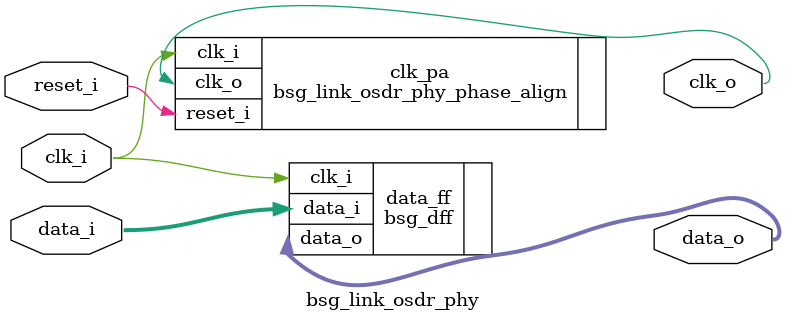
<source format=v>

/****************************************************************************

          +---+   +---+   +---+   +---+   +---+   +---+   +---+   +---+
clk_i         |   |   |   |   |   |   |   |   |   |   |   |   |   |   |
              +---+   +---+   +---+   +---+   +---+   +---+   +---+   +---+
          -----------------+-------+-------+-------+-------+-------+-------
data_i           D00       |  D01  |  D02  |  D03  |  D04  |  D05  |  D06
          -----------------------------------------------------------------
                       +---+   +---+   +---+   +---+   +---+   +---+   +--+
clk_o                  |   |   |   |   |   |   |   |   |   |   |   |   |
          +------------+   +---+   +---+   +---+   +---+   +---+   +---+
          -----------------------------------------------------------------
data_o               D00           |  D01  |  D02  |  D03  |  D04  |  D05
          -------------------------+-------+-------+-------+-------+-------

****************************************************************************/

module bsg_link_osdr_phy

 #(parameter width_p = "inv")

  (input                clk_i
  ,input                reset_i
  ,input  [width_p-1:0] data_i
  ,output               clk_o
  ,output [width_p-1:0] data_o
  );

  bsg_link_osdr_phy_phase_align clk_pa
  (.clk_i  (clk_i)
  ,.reset_i(reset_i)
  ,.clk_o  (clk_o)
  );

  bsg_dff #(.width_p(width_p)) data_ff 
  (.clk_i(clk_i),.data_i(data_i),.data_o(data_o));

endmodule

</source>
